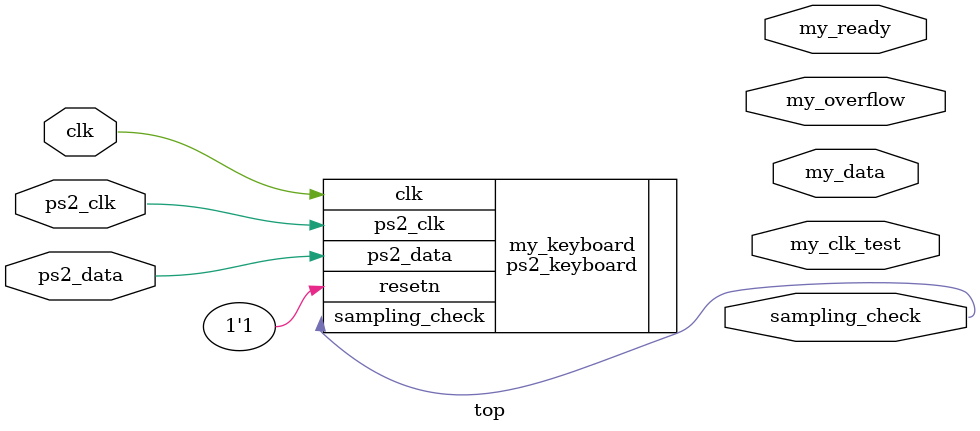
<source format=v>
module top(
    output reg[7:0] my_data,
    output reg my_ready,
    output reg my_overflow,
    input clk,
    input ps2_clk,
    input ps2_data,
    output my_clk_test,
    output reg sampling_check
);
ps2_keyboard my_keyboard(
    .clk(clk),
    .resetn(1'b1),
    .ps2_clk(ps2_clk),
    .ps2_data(ps2_data),
    .sampling_check(sampling_check)
);


endmodule
</source>
